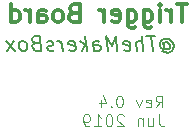
<source format=gbo>
G04 #@! TF.FileFunction,Legend,Bot*
%FSLAX46Y46*%
G04 Gerber Fmt 4.6, Leading zero omitted, Abs format (unit mm)*
G04 Created by KiCad (PCBNEW 4.0.6) date 06/27/19 09:12:53*
%MOMM*%
%LPD*%
G01*
G04 APERTURE LIST*
%ADD10C,0.100000*%
%ADD11C,0.200000*%
%ADD12C,0.300000*%
G04 APERTURE END LIST*
D10*
D11*
X242309518Y-100665238D02*
X242361601Y-100605714D01*
X242473209Y-100546190D01*
X242592256Y-100546190D01*
X242718744Y-100605714D01*
X242785709Y-100665238D01*
X242860114Y-100784286D01*
X242874995Y-100903333D01*
X242830352Y-101022381D01*
X242778268Y-101081905D01*
X242666661Y-101141429D01*
X242547614Y-101141429D01*
X242421125Y-101081905D01*
X242354161Y-101022381D01*
X242294637Y-100546190D02*
X242354161Y-101022381D01*
X242302078Y-101081905D01*
X242242554Y-101081905D01*
X242116066Y-101022381D01*
X242041661Y-100903333D01*
X242004458Y-100605714D01*
X242101185Y-100427143D01*
X242264875Y-100308095D01*
X242495530Y-100248571D01*
X242741066Y-100308095D01*
X242934518Y-100427143D01*
X243075887Y-100605714D01*
X243165173Y-100843810D01*
X243135411Y-101081905D01*
X243038684Y-101260476D01*
X242874995Y-101379524D01*
X242644340Y-101439048D01*
X242398804Y-101379524D01*
X242205351Y-101260476D01*
X241572910Y-100010476D02*
X240858625Y-100010476D01*
X241372018Y-101260476D02*
X241215768Y-100010476D01*
X240598208Y-101260476D02*
X240441958Y-100010476D01*
X240062494Y-101260476D02*
X239980649Y-100605714D01*
X240025291Y-100486667D01*
X240136899Y-100427143D01*
X240315471Y-100427143D01*
X240441958Y-100486667D01*
X240508923Y-100546190D01*
X238983625Y-101200952D02*
X239110113Y-101260476D01*
X239348208Y-101260476D01*
X239459816Y-101200952D01*
X239504459Y-101081905D01*
X239444935Y-100605714D01*
X239370530Y-100486667D01*
X239244042Y-100427143D01*
X239005947Y-100427143D01*
X238894339Y-100486667D01*
X238849697Y-100605714D01*
X238864578Y-100724762D01*
X239474697Y-100843810D01*
X238395827Y-101260476D02*
X238239577Y-100010476D01*
X237934518Y-100903333D01*
X237406244Y-100010476D01*
X237562494Y-101260476D01*
X236431542Y-101260476D02*
X236349697Y-100605714D01*
X236394339Y-100486667D01*
X236505947Y-100427143D01*
X236744042Y-100427143D01*
X236870530Y-100486667D01*
X236424102Y-101200952D02*
X236550589Y-101260476D01*
X236848208Y-101260476D01*
X236959816Y-101200952D01*
X237004459Y-101081905D01*
X236989578Y-100962857D01*
X236915173Y-100843810D01*
X236788685Y-100784286D01*
X236491066Y-100784286D01*
X236364578Y-100724762D01*
X235836304Y-101260476D02*
X235680054Y-100010476D01*
X235657733Y-100784286D02*
X235360113Y-101260476D01*
X235255947Y-100427143D02*
X235791662Y-100903333D01*
X234340768Y-101200952D02*
X234467256Y-101260476D01*
X234705351Y-101260476D01*
X234816959Y-101200952D01*
X234861602Y-101081905D01*
X234802078Y-100605714D01*
X234727673Y-100486667D01*
X234601185Y-100427143D01*
X234363090Y-100427143D01*
X234251482Y-100486667D01*
X234206840Y-100605714D01*
X234221721Y-100724762D01*
X234831840Y-100843810D01*
X233752970Y-101260476D02*
X233648804Y-100427143D01*
X233678566Y-100665238D02*
X233604161Y-100546190D01*
X233537196Y-100486667D01*
X233410709Y-100427143D01*
X233291661Y-100427143D01*
X233031244Y-101200952D02*
X232919636Y-101260476D01*
X232681541Y-101260476D01*
X232555053Y-101200952D01*
X232480648Y-101081905D01*
X232473208Y-101022381D01*
X232517851Y-100903333D01*
X232629458Y-100843810D01*
X232808029Y-100843810D01*
X232919637Y-100784286D01*
X232964280Y-100665238D01*
X232956839Y-100605714D01*
X232882434Y-100486667D01*
X232755946Y-100427143D01*
X232577375Y-100427143D01*
X232465767Y-100486667D01*
X231468743Y-100605714D02*
X231297613Y-100665238D01*
X231245529Y-100724762D01*
X231200886Y-100843810D01*
X231223208Y-101022381D01*
X231297613Y-101141429D01*
X231364577Y-101200952D01*
X231491064Y-101260476D01*
X231967255Y-101260476D01*
X231811005Y-100010476D01*
X231394338Y-100010476D01*
X231282732Y-100070000D01*
X231230648Y-100129524D01*
X231186005Y-100248571D01*
X231200886Y-100367619D01*
X231275291Y-100486667D01*
X231342256Y-100546190D01*
X231468743Y-100605714D01*
X231885410Y-100605714D01*
X230538684Y-101260476D02*
X230650291Y-101200952D01*
X230702375Y-101141429D01*
X230747018Y-101022381D01*
X230702375Y-100665238D01*
X230627970Y-100546190D01*
X230561005Y-100486667D01*
X230434518Y-100427143D01*
X230255946Y-100427143D01*
X230144338Y-100486667D01*
X230092256Y-100546190D01*
X230047613Y-100665238D01*
X230092256Y-101022381D01*
X230166661Y-101141429D01*
X230233624Y-101200952D01*
X230360112Y-101260476D01*
X230538684Y-101260476D01*
X229705351Y-101260476D02*
X228946423Y-100427143D01*
X229601185Y-100427143D02*
X229050589Y-101260476D01*
D12*
X244263714Y-97333571D02*
X243406571Y-97333571D01*
X243835142Y-98833571D02*
X243835142Y-97333571D01*
X242906571Y-98833571D02*
X242906571Y-97833571D01*
X242906571Y-98119286D02*
X242835143Y-97976429D01*
X242763714Y-97905000D01*
X242620857Y-97833571D01*
X242478000Y-97833571D01*
X241978000Y-98833571D02*
X241978000Y-97833571D01*
X241978000Y-97333571D02*
X242049429Y-97405000D01*
X241978000Y-97476429D01*
X241906572Y-97405000D01*
X241978000Y-97333571D01*
X241978000Y-97476429D01*
X240620857Y-97833571D02*
X240620857Y-99047857D01*
X240692286Y-99190714D01*
X240763714Y-99262143D01*
X240906571Y-99333571D01*
X241120857Y-99333571D01*
X241263714Y-99262143D01*
X240620857Y-98762143D02*
X240763714Y-98833571D01*
X241049428Y-98833571D01*
X241192286Y-98762143D01*
X241263714Y-98690714D01*
X241335143Y-98547857D01*
X241335143Y-98119286D01*
X241263714Y-97976429D01*
X241192286Y-97905000D01*
X241049428Y-97833571D01*
X240763714Y-97833571D01*
X240620857Y-97905000D01*
X239263714Y-97833571D02*
X239263714Y-99047857D01*
X239335143Y-99190714D01*
X239406571Y-99262143D01*
X239549428Y-99333571D01*
X239763714Y-99333571D01*
X239906571Y-99262143D01*
X239263714Y-98762143D02*
X239406571Y-98833571D01*
X239692285Y-98833571D01*
X239835143Y-98762143D01*
X239906571Y-98690714D01*
X239978000Y-98547857D01*
X239978000Y-98119286D01*
X239906571Y-97976429D01*
X239835143Y-97905000D01*
X239692285Y-97833571D01*
X239406571Y-97833571D01*
X239263714Y-97905000D01*
X237978000Y-98762143D02*
X238120857Y-98833571D01*
X238406571Y-98833571D01*
X238549428Y-98762143D01*
X238620857Y-98619286D01*
X238620857Y-98047857D01*
X238549428Y-97905000D01*
X238406571Y-97833571D01*
X238120857Y-97833571D01*
X237978000Y-97905000D01*
X237906571Y-98047857D01*
X237906571Y-98190714D01*
X238620857Y-98333571D01*
X237263714Y-98833571D02*
X237263714Y-97833571D01*
X237263714Y-98119286D02*
X237192286Y-97976429D01*
X237120857Y-97905000D01*
X236978000Y-97833571D01*
X236835143Y-97833571D01*
X234692286Y-98047857D02*
X234478000Y-98119286D01*
X234406572Y-98190714D01*
X234335143Y-98333571D01*
X234335143Y-98547857D01*
X234406572Y-98690714D01*
X234478000Y-98762143D01*
X234620858Y-98833571D01*
X235192286Y-98833571D01*
X235192286Y-97333571D01*
X234692286Y-97333571D01*
X234549429Y-97405000D01*
X234478000Y-97476429D01*
X234406572Y-97619286D01*
X234406572Y-97762143D01*
X234478000Y-97905000D01*
X234549429Y-97976429D01*
X234692286Y-98047857D01*
X235192286Y-98047857D01*
X233478000Y-98833571D02*
X233620858Y-98762143D01*
X233692286Y-98690714D01*
X233763715Y-98547857D01*
X233763715Y-98119286D01*
X233692286Y-97976429D01*
X233620858Y-97905000D01*
X233478000Y-97833571D01*
X233263715Y-97833571D01*
X233120858Y-97905000D01*
X233049429Y-97976429D01*
X232978000Y-98119286D01*
X232978000Y-98547857D01*
X233049429Y-98690714D01*
X233120858Y-98762143D01*
X233263715Y-98833571D01*
X233478000Y-98833571D01*
X231692286Y-98833571D02*
X231692286Y-98047857D01*
X231763715Y-97905000D01*
X231906572Y-97833571D01*
X232192286Y-97833571D01*
X232335143Y-97905000D01*
X231692286Y-98762143D02*
X231835143Y-98833571D01*
X232192286Y-98833571D01*
X232335143Y-98762143D01*
X232406572Y-98619286D01*
X232406572Y-98476429D01*
X232335143Y-98333571D01*
X232192286Y-98262143D01*
X231835143Y-98262143D01*
X231692286Y-98190714D01*
X230978000Y-98833571D02*
X230978000Y-97833571D01*
X230978000Y-98119286D02*
X230906572Y-97976429D01*
X230835143Y-97905000D01*
X230692286Y-97833571D01*
X230549429Y-97833571D01*
X229406572Y-98833571D02*
X229406572Y-97333571D01*
X229406572Y-98762143D02*
X229549429Y-98833571D01*
X229835143Y-98833571D01*
X229978001Y-98762143D01*
X230049429Y-98690714D01*
X230120858Y-98547857D01*
X230120858Y-98119286D01*
X230049429Y-97976429D01*
X229978001Y-97905000D01*
X229835143Y-97833571D01*
X229549429Y-97833571D01*
X229406572Y-97905000D01*
D10*
X241633476Y-106062381D02*
X241966810Y-105586190D01*
X242204905Y-106062381D02*
X242204905Y-105062381D01*
X241823952Y-105062381D01*
X241728714Y-105110000D01*
X241681095Y-105157619D01*
X241633476Y-105252857D01*
X241633476Y-105395714D01*
X241681095Y-105490952D01*
X241728714Y-105538571D01*
X241823952Y-105586190D01*
X242204905Y-105586190D01*
X240823952Y-106014762D02*
X240919190Y-106062381D01*
X241109667Y-106062381D01*
X241204905Y-106014762D01*
X241252524Y-105919524D01*
X241252524Y-105538571D01*
X241204905Y-105443333D01*
X241109667Y-105395714D01*
X240919190Y-105395714D01*
X240823952Y-105443333D01*
X240776333Y-105538571D01*
X240776333Y-105633810D01*
X241252524Y-105729048D01*
X240443000Y-105395714D02*
X240204905Y-106062381D01*
X239966809Y-105395714D01*
X238633476Y-105062381D02*
X238538237Y-105062381D01*
X238442999Y-105110000D01*
X238395380Y-105157619D01*
X238347761Y-105252857D01*
X238300142Y-105443333D01*
X238300142Y-105681429D01*
X238347761Y-105871905D01*
X238395380Y-105967143D01*
X238442999Y-106014762D01*
X238538237Y-106062381D01*
X238633476Y-106062381D01*
X238728714Y-106014762D01*
X238776333Y-105967143D01*
X238823952Y-105871905D01*
X238871571Y-105681429D01*
X238871571Y-105443333D01*
X238823952Y-105252857D01*
X238776333Y-105157619D01*
X238728714Y-105110000D01*
X238633476Y-105062381D01*
X237871571Y-105967143D02*
X237823952Y-106014762D01*
X237871571Y-106062381D01*
X237919190Y-106014762D01*
X237871571Y-105967143D01*
X237871571Y-106062381D01*
X236966809Y-105395714D02*
X236966809Y-106062381D01*
X237204905Y-105014762D02*
X237443000Y-105729048D01*
X236823952Y-105729048D01*
X241919190Y-106662381D02*
X241919190Y-107376667D01*
X241966810Y-107519524D01*
X242062048Y-107614762D01*
X242204905Y-107662381D01*
X242300143Y-107662381D01*
X241014428Y-106995714D02*
X241014428Y-107662381D01*
X241443000Y-106995714D02*
X241443000Y-107519524D01*
X241395381Y-107614762D01*
X241300143Y-107662381D01*
X241157285Y-107662381D01*
X241062047Y-107614762D01*
X241014428Y-107567143D01*
X240538238Y-106995714D02*
X240538238Y-107662381D01*
X240538238Y-107090952D02*
X240490619Y-107043333D01*
X240395381Y-106995714D01*
X240252523Y-106995714D01*
X240157285Y-107043333D01*
X240109666Y-107138571D01*
X240109666Y-107662381D01*
X238919190Y-106757619D02*
X238871571Y-106710000D01*
X238776333Y-106662381D01*
X238538237Y-106662381D01*
X238442999Y-106710000D01*
X238395380Y-106757619D01*
X238347761Y-106852857D01*
X238347761Y-106948095D01*
X238395380Y-107090952D01*
X238966809Y-107662381D01*
X238347761Y-107662381D01*
X237728714Y-106662381D02*
X237633475Y-106662381D01*
X237538237Y-106710000D01*
X237490618Y-106757619D01*
X237442999Y-106852857D01*
X237395380Y-107043333D01*
X237395380Y-107281429D01*
X237442999Y-107471905D01*
X237490618Y-107567143D01*
X237538237Y-107614762D01*
X237633475Y-107662381D01*
X237728714Y-107662381D01*
X237823952Y-107614762D01*
X237871571Y-107567143D01*
X237919190Y-107471905D01*
X237966809Y-107281429D01*
X237966809Y-107043333D01*
X237919190Y-106852857D01*
X237871571Y-106757619D01*
X237823952Y-106710000D01*
X237728714Y-106662381D01*
X236442999Y-107662381D02*
X237014428Y-107662381D01*
X236728714Y-107662381D02*
X236728714Y-106662381D01*
X236823952Y-106805238D01*
X236919190Y-106900476D01*
X237014428Y-106948095D01*
X235966809Y-107662381D02*
X235776333Y-107662381D01*
X235681094Y-107614762D01*
X235633475Y-107567143D01*
X235538237Y-107424286D01*
X235490618Y-107233810D01*
X235490618Y-106852857D01*
X235538237Y-106757619D01*
X235585856Y-106710000D01*
X235681094Y-106662381D01*
X235871571Y-106662381D01*
X235966809Y-106710000D01*
X236014428Y-106757619D01*
X236062047Y-106852857D01*
X236062047Y-107090952D01*
X236014428Y-107186190D01*
X235966809Y-107233810D01*
X235871571Y-107281429D01*
X235681094Y-107281429D01*
X235585856Y-107233810D01*
X235538237Y-107186190D01*
X235490618Y-107090952D01*
M02*

</source>
